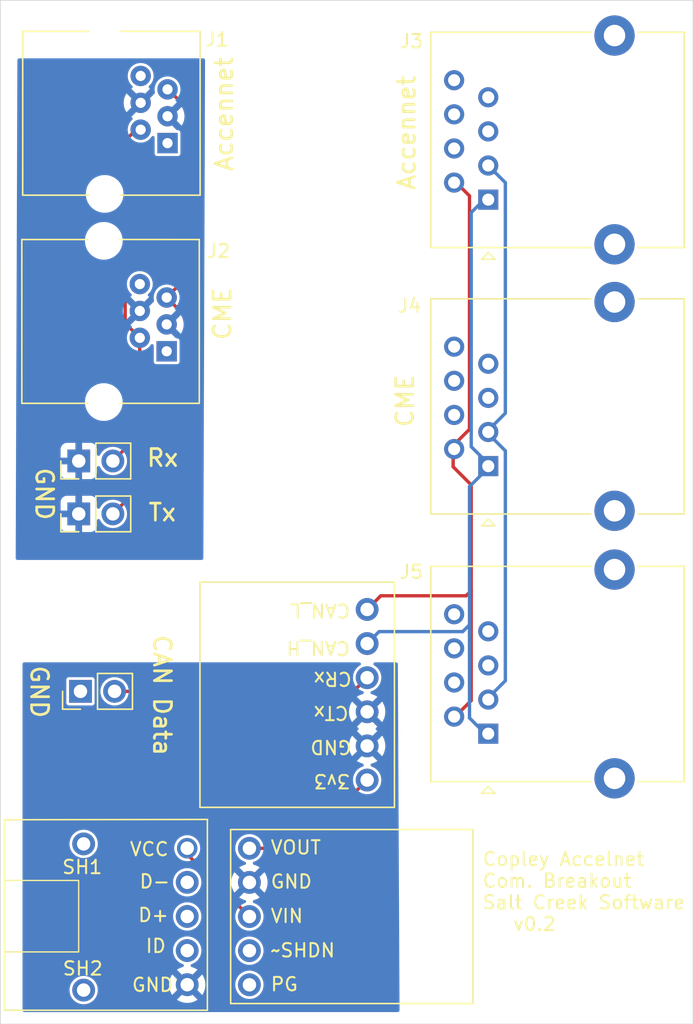
<source format=kicad_pcb>
(kicad_pcb (version 20221018) (generator pcbnew)
  (layers (0 "F.Cu" signal) (31 "B.Cu" signal) (34 "B.Paste" user) (35 "F.Paste" user) (36 "B.SilkS" user "B.Silkscreen") (37 "F.SilkS" user "F.Silkscreen") (38 "B.Mask" user) (39 "F.Mask" user) (44 "Edge.Cuts" user))
  (net 0 "")
  (net 1 "/ComRx")
  (net 2 "/ComGnd")
  (net 3 "/ComTx")
  (net 4 "/GND")
  (net 5 "/CanGnd")
  (net 6 "/CanRx")
  (net 9 "/CAN_H")
  (net 10 "/CAN_L")
  (net 11 "/CAN_GND")
  (net 24 "/3.3V")
  (net 25 "/VIN")
  (footprint ".tls-footprints:RJ45_Ninigi_GE" (layer "F.Cu") (at 150.874 79.098 90)
    (fp_text reference "J3" (at 11.788 -5.713 180) (layer "F.SilkS"))
    (fp_text value "RJ45_Shielded")
    (fp_line (start -4.441 -0.508) (end -4.441 0.508) (stroke (width 0.12)) (layer "F.SilkS"))
    (fp_line (start -4.441 0.508) (end -3.933 0) (stroke (width 0.12)) (layer "F.SilkS"))
    (fp_line (start -3.933 0) (end -4.441 -0.508) (stroke (width 0.12)) (layer "F.SilkS"))
    (fp_line (start -3.565 -4.28) (end -3.565 7.65) (stroke (width 0.12)) (layer "F.SilkS"))
    (fp_line (start -3.565 11.15) (end -3.565 14.59) (stroke (width 0.12)) (layer "F.SilkS"))
    (fp_line (start 12.455 -4.28) (end -3.565 -4.28) (stroke (width 0.12)) (layer "F.SilkS"))
    (fp_line (start 12.455 -4.28) (end 12.455 7.65) (stroke (width 0.12)) (layer "F.SilkS"))
    (fp_line (start 12.455 11.15) (end 12.455 14.59) (stroke (width 0.12)) (layer "F.SilkS"))
    (fp_line (start 12.455 14.59) (end -3.565 14.59) (stroke (width 0.12)) (layer "F.SilkS"))
    (pad "" np_thru_hole circle (at -1.27 6.35 90) (size 3.25 3.25) (drill 3.25) (layers "*.Cu" "*.Mask"))
    (pad "" np_thru_hole circle (at 10.16 6.35 270) (size 3.25 3.25) (drill 3.25) (layers "*.Cu" "*.Mask"))
    (pad "1" thru_hole rect (at 0 0 270) (size 1.5 1.5) (drill 0.9) (layers "*.Cu" "*.Mask") (net 9 "/CAN_H"))
    (pad "2" thru_hole circle (at 1.27 -2.54 270) (size 1.5 1.5) (drill 0.9) (layers "*.Cu" "*.Mask") (net 10 "/CAN_L"))
    (pad "3" thru_hole circle (at 2.54 0 270) (size 1.5 1.5) (drill 0.9) (layers "*.Cu" "*.Mask") (net 11 "/CAN_GND"))
    (pad "4" thru_hole circle (at 3.81 -2.54 270) (size 1.5 1.5) (drill 0.9) (layers "*.Cu" "*.Mask"))
    (pad "5" thru_hole circle (at 5.08 0 270) (size 1.5 1.5) (drill 0.9) (layers "*.Cu" "*.Mask"))
    (pad "6" thru_hole circle (at 6.35 -2.54 270) (size 1.5 1.5) (drill 0.9) (layers "*.Cu" "*.Mask"))
    (pad "7" thru_hole circle (at 7.62 0 270) (size 1.5 1.5) (drill 0.9) (layers "*.Cu" "*.Mask"))
    (pad "8" thru_hole circle (at 8.89 -2.54 270) (size 1.5 1.5) (drill 0.9) (layers "*.Cu" "*.Mask"))
    (pad "SH" thru_hole circle (at -3.325 9.4 90) (size 3 3) (drill 1.6) (layers "*.Cu" "*.Mask"))
    (pad "SH" thru_hole circle (at 12.215 9.4 270) (size 3 3) (drill 1.6) (layers "*.Cu" "*.Mask"))
  )
  (footprint ".tls-footprints:RJ12, 12.2x13 mm" (layer "F.Cu") (at 122.936 87.884 -90)
    (fp_text reference "J2" (at -4.953 -7.874) (layer "F.SilkS"))
    (fp_text value "CME")
    (fp_line (start -5.82 -0.53) (end -5.8166 -6.4262) (stroke (width 0.12)) (layer "F.SilkS"))
    (fp_line (start -5.8166 -6.4262) (end 6.3754 -6.4262) (stroke (width 0.12)) (layer "F.SilkS"))
    (fp_line (start -5.8166 6.7818) (end -5.8166 1.905) (stroke (width 0.12)) (layer "F.SilkS"))
    (fp_line (start 6.3754 -6.4262) (end 6.3754 -0.5334) (stroke (width 0.12)) (layer "F.SilkS"))
    (fp_line (start 6.3754 6.7818) (end -5.8166 6.7818) (stroke (width 0.12)) (layer "F.SilkS"))
    (fp_line (start 6.3754 6.7818) (end 6.3754 1.905) (stroke (width 0.12)) (layer "F.SilkS"))
    (pad "" np_thru_hole circle (at -5.72 0.68 270) (size 2.3 2.3) (drill 2.3) (layers "F&B.Cu" "*.Mask"))
    (pad "" np_thru_hole circle (at 6.28 0.68 270) (size 2.3 2.3) (drill 2.3) (layers "F&B.Cu" "*.Mask"))
    (pad "1" thru_hole rect (at 2.5 -4 270) (size 1.52 1.52) (drill 0.76) (layers "*.Cu" "*.Mask"))
    (pad "2" thru_hole circle (at 1.5 -2 270) (size 1.52 1.52) (drill 0.76) (layers "*.Cu" "*.Mask") (net 1 "/ComRx"))
    (pad "3" thru_hole circle (at 0.5 -4 270) (size 1.52 1.52) (drill 0.76) (layers "*.Cu" "*.Mask") (net 2 "/ComGnd"))
    (pad "4" thru_hole circle (at -0.5 -2 270) (size 1.52 1.52) (drill 0.76) (layers "*.Cu" "*.Mask") (net 2 "/ComGnd"))
    (pad "5" thru_hole circle (at -1.5 -4 270) (size 1.52 1.52) (drill 0.76) (layers "*.Cu" "*.Mask") (net 3 "/ComTx"))
    (pad "6" thru_hole circle (at -2.5 -2 270) (size 1.52 1.52) (drill 0.76) (layers "*.Cu" "*.Mask"))
  )
  (footprint ".tls-footprints:VP230 Breakout" (layer "F.Cu") (at 141.859 109.601 180)
    (fp_text reference "J13" hide)
    (fp_text value "VP230" hide)
    (fp_text user "CAN_L" (at 5.842 0.508 180 unlocked) (layer "F.SilkS") (effects (justify right bottom)))
    (fp_text user "CAN_H" (at 6.096 -2.286 180 unlocked) (layer "F.SilkS") (effects (justify right bottom)))
    (fp_text user "CRx" (at 4.064 -4.572 180 unlocked) (layer "F.SilkS") (effects (justify right bottom)))
    (fp_text user "3v3" (at 4.064 -12.192 180 unlocked) (layer "F.SilkS") (effects (justify right bottom)))
    (fp_text user "GND" (at 4.318 -9.652 180 unlocked) (layer "F.SilkS") (effects (justify right bottom)))
    (fp_text user "CTx" (at 4.064 -7.112 180 unlocked) (layer "F.SilkS") (effects (justify right bottom)))
    (fp_line (start -2.032 -14.732) (end 12.446 -14.732) (stroke (width 0.12)) (layer "F.SilkS"))
    (fp_line (start -2.032 2.032) (end -2.032 -14.732) (stroke (width 0.12)) (layer "F.SilkS"))
    (fp_line (start 12.446 -14.732) (end 12.446 2.032) (stroke (width 0.12)) (layer "F.SilkS"))
    (fp_line (start 12.446 2.032) (end -2.032 2.032) (stroke (width 0.12)) (layer "F.SilkS"))
    (pad "1" thru_hole circle (at 0 0 180) (size 1.7 1.7) (drill 1) (layers "*.Cu" "*.Mask") (net 10 "/CAN_L"))
    (pad "2" thru_hole circle (at 0 -2.54 180) (size 1.7 1.7) (drill 1) (layers "*.Cu" "*.Mask") (net 9 "/CAN_H"))
    (pad "3" thru_hole circle (at 0 -5.08 180) (size 1.7 1.7) (drill 1) (layers "*.Cu" "*.Mask") (net 6 "/CanRx"))
    (pad "4" thru_hole circle (at 0 -7.62 180) (size 1.7 1.7) (drill 1) (layers "*.Cu" "*.Mask") (net 4 "/GND"))
    (pad "5" thru_hole circle (at 0 -10.16 180) (size 1.7 1.7) (drill 1) (layers "*.Cu" "*.Mask") (net 4 "/GND"))
    (pad "6" thru_hole circle (at 0 -12.7 180) (size 1.7 1.7) (drill 1) (layers "*.Cu" "*.Mask") (net 24 "/3.3V"))
  )
  (footprint "Connector_PinHeader_2.54mm:PinHeader_1x02_P2.54mm_Vertical" (layer "F.Cu") (at 120.391 102.489 90)
    (fp_text reference "J11" hide)
    (fp_text value "COM Tx")
    (fp_line (start -1.33 -1.33) (end 0 -1.33) (stroke (width 0.12)) (layer "F.SilkS"))
    (fp_line (start -1.33 0) (end -1.33 -1.33) (stroke (width 0.12)) (layer "F.SilkS"))
    (fp_line (start -1.33 1.27) (end -1.33 3.87) (stroke (width 0.12)) (layer "F.SilkS"))
    (fp_line (start -1.33 1.27) (end 1.33 1.27) (stroke (width 0.12)) (layer "F.SilkS"))
    (fp_line (start -1.33 3.87) (end 1.33 3.87) (stroke (width 0.12)) (layer "F.SilkS"))
    (fp_line (start 1.33 1.27) (end 1.33 3.87) (stroke (width 0.12)) (layer "F.SilkS"))
    (pad "1" thru_hole rect (at 0 0 90) (size 1.7 1.7) (drill 1) (layers "*.Cu" "*.Mask") (net 2 "/ComGnd"))
    (pad "2" thru_hole oval (at 0 2.54 90) (size 1.7 1.7) (drill 1) (layers "*.Cu" "*.Mask") (net 3 "/ComTx"))
  )
  (footprint ".tls-footprints:RJ12, 12.2x13 mm" (layer "F.Cu") (at 123 72.39 -90)
    (fp_text reference "J1" (at -5.207 -7.683) (layer "F.SilkS"))
    (fp_text value "Accelnet")
    (fp_line (start -5.82 -0.53) (end -5.8166 -6.4262) (stroke (width 0.12)) (layer "F.SilkS"))
    (fp_line (start -5.8166 -6.4262) (end 6.3754 -6.4262) (stroke (width 0.12)) (layer "F.SilkS"))
    (fp_line (start -5.8166 6.7818) (end -5.8166 1.905) (stroke (width 0.12)) (layer "F.SilkS"))
    (fp_line (start 6.3754 -6.4262) (end 6.3754 -0.5334) (stroke (width 0.12)) (layer "F.SilkS"))
    (fp_line (start 6.3754 6.7818) (end -5.8166 6.7818) (stroke (width 0.12)) (layer "F.SilkS"))
    (fp_line (start 6.3754 6.7818) (end 6.3754 1.905) (stroke (width 0.12)) (layer "F.SilkS"))
    (pad "" np_thru_hole circle (at -5.72 0.68 270) (size 2.3 2.3) (drill 2.3) (layers "F&B.Cu" "*.Mask"))
    (pad "" np_thru_hole circle (at 6.28 0.68 270) (size 2.3 2.3) (drill 2.3) (layers "F&B.Cu" "*.Mask"))
    (pad "1" thru_hole rect (at 2.5 -4 270) (size 1.52 1.52) (drill 0.76) (layers "*.Cu" "*.Mask"))
    (pad "2" thru_hole circle (at 1.5 -2 270) (size 1.52 1.52) (drill 0.76) (layers "*.Cu" "*.Mask") (net 1 "/ComRx"))
    (pad "3" thru_hole circle (at 0.5 -4 270) (size 1.52 1.52) (drill 0.76) (layers "*.Cu" "*.Mask") (net 2 "/ComGnd"))
    (pad "4" thru_hole circle (at -0.5 -2 270) (size 1.52 1.52) (drill 0.76) (layers "*.Cu" "*.Mask") (net 2 "/ComGnd"))
    (pad "5" thru_hole circle (at -1.5 -4 270) (size 1.52 1.52) (drill 0.76) (layers "*.Cu" "*.Mask") (net 3 "/ComTx"))
    (pad "6" thru_hole circle (at -2.5 -2 270) (size 1.52 1.52) (drill 0.76) (layers "*.Cu" "*.Mask"))
  )
  (footprint "Connector_PinHeader_2.54mm:PinHeader_1x02_P2.54mm_Vertical" (layer "F.Cu") (at 120.391 98.552 90)
    (fp_text reference "J10" hide)
    (fp_text value "Com Rx")
    (fp_line (start -1.33 -1.33) (end 0 -1.33) (stroke (width 0.12)) (layer "F.SilkS"))
    (fp_line (start -1.33 0) (end -1.33 -1.33) (stroke (width 0.12)) (layer "F.SilkS"))
    (fp_line (start -1.33 1.27) (end -1.33 3.87) (stroke (width 0.12)) (layer "F.SilkS"))
    (fp_line (start -1.33 1.27) (end 1.33 1.27) (stroke (width 0.12)) (layer "F.SilkS"))
    (fp_line (start -1.33 3.87) (end 1.33 3.87) (stroke (width 0.12)) (layer "F.SilkS"))
    (fp_line (start 1.33 1.27) (end 1.33 3.87) (stroke (width 0.12)) (layer "F.SilkS"))
    (pad "1" thru_hole rect (at 0 0 90) (size 1.7 1.7) (drill 1) (layers "*.Cu" "*.Mask") (net 2 "/ComGnd"))
    (pad "2" thru_hole oval (at 0 2.54 90) (size 1.7 1.7) (drill 1) (layers "*.Cu" "*.Mask") (net 1 "/ComRx"))
  )
  (footprint ".tls-footprints:RJ45_Ninigi_GE" (layer "F.Cu") (at 150.876 118.849 90)
    (fp_text reference "J5" (at 12.042 -5.715 180) (layer "F.SilkS"))
    (fp_text value "RJ45_Shielded")
    (fp_line (start -4.441 -0.508) (end -4.441 0.508) (stroke (width 0.12)) (layer "F.SilkS"))
    (fp_line (start -4.441 0.508) (end -3.933 0) (stroke (width 0.12)) (layer "F.SilkS"))
    (fp_line (start -3.933 0) (end -4.441 -0.508) (stroke (width 0.12)) (layer "F.SilkS"))
    (fp_line (start -3.565 -4.28) (end -3.565 7.65) (stroke (width 0.12)) (layer "F.SilkS"))
    (fp_line (start -3.565 11.15) (end -3.565 14.59) (stroke (width 0.12)) (layer "F.SilkS"))
    (fp_line (start 12.455 -4.28) (end -3.565 -4.28) (stroke (width 0.12)) (layer "F.SilkS"))
    (fp_line (start 12.455 -4.28) (end 12.455 7.65) (stroke (width 0.12)) (layer "F.SilkS"))
    (fp_line (start 12.455 11.15) (end 12.455 14.59) (stroke (width 0.12)) (layer "F.SilkS"))
    (fp_line (start 12.455 14.59) (end -3.565 14.59) (stroke (width 0.12)) (layer "F.SilkS"))
    (pad "" np_thru_hole circle (at -1.27 6.35 90) (size 3.25 3.25) (drill 3.25) (layers "*.Cu" "*.Mask"))
    (pad "" np_thru_hole circle (at 10.16 6.35 270) (size 3.25 3.25) (drill 3.25) (layers "*.Cu" "*.Mask"))
    (pad "1" thru_hole rect (at 0 0 270) (size 1.5 1.5) (drill 0.9) (layers "*.Cu" "*.Mask") (net 9 "/CAN_H"))
    (pad "2" thru_hole circle (at 1.27 -2.54 270) (size 1.5 1.5) (drill 0.9) (layers "*.Cu" "*.Mask") (net 10 "/CAN_L"))
    (pad "3" thru_hole circle (at 2.54 0 270) (size 1.5 1.5) (drill 0.9) (layers "*.Cu" "*.Mask") (net 11 "/CAN_GND"))
    (pad "4" thru_hole circle (at 3.81 -2.54 270) (size 1.5 1.5) (drill 0.9) (layers "*.Cu" "*.Mask"))
    (pad "5" thru_hole circle (at 5.08 0 270) (size 1.5 1.5) (drill 0.9) (layers "*.Cu" "*.Mask"))
    (pad "6" thru_hole circle (at 6.35 -2.54 270) (size 1.5 1.5) (drill 0.9) (layers "*.Cu" "*.Mask"))
    (pad "7" thru_hole circle (at 7.62 0 270) (size 1.5 1.5) (drill 0.9) (layers "*.Cu" "*.Mask"))
    (pad "8" thru_hole circle (at 8.89 -2.54 270) (size 1.5 1.5) (drill 0.9) (layers "*.Cu" "*.Mask"))
    (pad "SH" thru_hole circle (at -3.325 9.4 90) (size 3 3) (drill 1.6) (layers "*.Cu" "*.Mask"))
    (pad "SH" thru_hole circle (at 12.215 9.4 270) (size 3 3) (drill 1.6) (layers "*.Cu" "*.Mask"))
  )
  (footprint ".tls-footprints:USB_Micro_Breakout" (layer "F.Cu") (at 128.4655 137.534)
    (fp_text reference "J14" hide)
    (fp_text value "USB_Micro" hide)
    (fp_text user "GND" (at -4.2 0.6 unlocked) (layer "F.SilkS") (effects (justify left bottom)))
    (fp_text user "ID" (at -1.5 -2.3 unlocked) (layer "F.SilkS") (effects (justify right bottom)))
    (fp_text user "SH1" (at -6.24 -8.17 unlocked) (layer "F.SilkS") (effects (justify right bottom)))
    (fp_text user "D-" (at -1.2 -7.1 unlocked) (layer "F.SilkS") (effects (justify right bottom)))
    (fp_text user "VCC" (at -1.3 -9.5 unlocked) (layer "F.SilkS") (effects (justify right bottom)))
    (fp_text user "SH2" (at -6.2 -0.62 unlocked) (layer "F.SilkS") (effects (justify right bottom)))
    (fp_text user "D+" (at -1.3 -4.6 unlocked) (layer "F.SilkS") (effects (justify right bottom)))
    (fp_line (start -13.6 -12.277) (end 1.517 -12.3) (stroke (width 0.12)) (layer "F.SilkS"))
    (fp_line (start -13.6 1.9) (end -13.6 -12.277) (stroke (width 0.12)) (layer "F.SilkS"))
    (fp_line (start 1.5 -12.3) (end 1.5 1.9) (stroke (width 0.12)) (layer "F.SilkS"))
    (fp_line (start 1.5 1.9) (end -13.6 1.9) (stroke (width 0.12)) (layer "F.SilkS"))
    (fp_rect (start -13.6 -7.76) (end -8.08 -2.44) (stroke (width 0.1)) (fill none) (layer "F.SilkS"))
    (pad "1" thru_hole circle (at 0 -10.16 180) (size 1.524 1.524) (drill 1) (layers "*.Cu" "*.Mask") (net 25 "/VIN"))
    (pad "2" thru_hole circle (at 0 -7.62 180) (size 1.7 1.7) (drill 1) (layers "*.Cu" "*.Mask"))
    (pad "3" thru_hole circle (at 0 -5.08 180) (size 1.7 1.7) (drill 1) (layers "*.Cu" "*.Mask"))
    (pad "4" thru_hole circle (at 0 -2.54 180) (size 1.7 1.7) (drill 1) (layers "*.Cu" "*.Mask"))
    (pad "5" thru_hole circle (at 0 0 180) (size 1.7 1.7) (drill 1) (layers "*.Cu" "*.Mask") (net 4 "/GND"))
    (pad "6" thru_hole circle (at -7.71 -10.48 180) (size 1.7 1.7) (drill 1) (layers "*.Cu" "*.Mask"))
    (pad "7" thru_hole circle (at -7.71 0.4 180) (size 1.7 1.7) (drill 1) (layers "*.Cu" "*.Mask"))
  )
  (footprint ".tls-footprints:Pololu Regulator" (layer "F.Cu") (at 133.096 137.541)
    (fp_text reference "J15" hide)
    (fp_text value "3v3_Reg" hide)
    (fp_text user "VOUT" (at 1.5 -10.22 unlocked) (layer "F.SilkS") (effects (justify left)))
    (fp_text user "PG" (at 1.5 -0.04 unlocked) (layer "F.SilkS") (effects (justify left)))
    (fp_text user "~SHDN" (at 1.5 -2.56 unlocked) (layer "F.SilkS") (effects (justify left)))
    (fp_text user "VIN" (at 1.5 -5.12 unlocked) (layer "F.SilkS") (effects (justify left)))
    (fp_text user "GND" (at 1.5 -7.68 unlocked) (layer "F.SilkS") (effects (justify left)))
    (fp_line (start -1.397 -11.557) (end 16.637 -11.557) (stroke (width 0.12)) (layer "F.SilkS"))
    (fp_line (start -1.397 1.397) (end -1.397 -11.557) (stroke (width 0.12)) (layer "F.SilkS"))
    (fp_line (start 16.637 -11.557) (end 16.637 1.397) (stroke (width 0.12)) (layer "F.SilkS"))
    (fp_line (start 16.637 1.397) (end -1.397 1.397) (stroke (width 0.12)) (layer "F.SilkS"))
    (pad "1" thru_hole circle (at 0 -10.16 180) (size 1.7 1.7) (drill 1) (layers "*.Cu" "*.Mask") (net 24 "/3.3V"))
    (pad "2" thru_hole circle (at 0 -7.62 180) (size 1.7 1.7) (drill 1) (layers "*.Cu" "*.Mask") (net 4 "/GND"))
    (pad "3" thru_hole circle (at 0 -5.08 180) (size 1.7 1.7) (drill 1) (layers "*.Cu" "*.Mask") (net 25 "/VIN"))
    (pad "4" thru_hole circle (at 0 -2.54 180) (size 1.7 1.7) (drill 1) (layers "*.Cu" "*.Mask"))
    (pad "5" thru_hole circle (at 0 0 180) (size 1.7 1.7) (drill 1) (layers "*.Cu" "*.Mask"))
  )
  (footprint "Connector_PinHeader_2.54mm:PinHeader_1x02_P2.54mm_Vertical" (layer "F.Cu") (at 120.518 115.697 90)
    (fp_text reference "J12" hide)
    (fp_text value "CAN Data")
    (fp_line (start -1.33 -1.33) (end 0 -1.33) (stroke (width 0.12)) (layer "F.SilkS"))
    (fp_line (start -1.33 0) (end -1.33 -1.33) (stroke (width 0.12)) (layer "F.SilkS"))
    (fp_line (start -1.33 1.27) (end -1.33 3.87) (stroke (width 0.12)) (layer "F.SilkS"))
    (fp_line (start -1.33 1.27) (end 1.33 1.27) (stroke (width 0.12)) (layer "F.SilkS"))
    (fp_line (start -1.33 3.87) (end 1.33 3.87) (stroke (width 0.12)) (layer "F.SilkS"))
    (fp_line (start 1.33 1.27) (end 1.33 3.87) (stroke (width 0.12)) (layer "F.SilkS"))
    (pad "1" thru_hole rect (at 0 0 90) (size 1.7 1.7) (drill 1) (layers "*.Cu" "*.Mask") (net 5 "/CanGnd"))
    (pad "2" thru_hole oval (at 0 2.54 90) (size 1.7 1.7) (drill 1) (layers "*.Cu" "*.Mask") (net 6 "/CanRx"))
  )
  (footprint ".tls-footprints:RJ45_Ninigi_GE" (layer "F.Cu") (at 150.876 98.933 90)
    (fp_text reference "J4" (at 11.938 -5.842 180) (layer "F.SilkS"))
    (fp_text value "RJ45_Shielded")
    (fp_line (start -4.441 -0.508) (end -4.441 0.508) (stroke (width 0.12)) (layer "F.SilkS"))
    (fp_line (start -4.441 0.508) (end -3.933 0) (stroke (width 0.12)) (layer "F.SilkS"))
    (fp_line (start -3.933 0) (end -4.441 -0.508) (stroke (width 0.12)) (layer "F.SilkS"))
    (fp_line (start -3.565 -4.28) (end -3.565 7.65) (stroke (width 0.12)) (layer "F.SilkS"))
    (fp_line (start -3.565 11.15) (end -3.565 14.59) (stroke (width 0.12)) (layer "F.SilkS"))
    (fp_line (start 12.455 -4.28) (end -3.565 -4.28) (stroke (width 0.12)) (layer "F.SilkS"))
    (fp_line (start 12.455 -4.28) (end 12.455 7.65) (stroke (width 0.12)) (layer "F.SilkS"))
    (fp_line (start 12.455 11.15) (end 12.455 14.59) (stroke (width 0.12)) (layer "F.SilkS"))
    (fp_line (start 12.455 14.59) (end -3.565 14.59) (stroke (width 0.12)) (layer "F.SilkS"))
    (pad "" np_thru_hole circle (at -1.27 6.35 90) (size 3.25 3.25) (drill 3.25) (layers "*.Cu" "*.Mask"))
    (pad "" np_thru_hole circle (at 10.16 6.35 270) (size 3.25 3.25) (drill 3.25) (layers "*.Cu" "*.Mask"))
    (pad "1" thru_hole rect (at 0 0 270) (size 1.5 1.5) (drill 0.9) (layers "*.Cu" "*.Mask") (net 9 "/CAN_H"))
    (pad "2" thru_hole circle (at 1.27 -2.54 270) (size 1.5 1.5) (drill 0.9) (layers "*.Cu" "*.Mask") (net 10 "/CAN_L"))
    (pad "3" thru_hole circle (at 2.54 0 270) (size 1.5 1.5) (drill 0.9) (layers "*.Cu" "*.Mask") (net 11 "/CAN_GND"))
    (pad "4" thru_hole circle (at 3.81 -2.54 270) (size 1.5 1.5) (drill 0.9) (layers "*.Cu" "*.Mask"))
    (pad "5" thru_hole circle (at 5.08 0 270) (size 1.5 1.5) (drill 0.9) (layers "*.Cu" "*.Mask"))
    (pad "6" thru_hole circle (at 6.35 -2.54 270) (size 1.5 1.5) (drill 0.9) (layers "*.Cu" "*.Mask"))
    (pad "7" thru_hole circle (at 7.62 0 270) (size 1.5 1.5) (drill 0.9) (layers "*.Cu" "*.Mask"))
    (pad "8" thru_hole circle (at 8.89 -2.54 270) (size 1.5 1.5) (drill 0.9) (layers "*.Cu" "*.Mask"))
    (pad "SH" thru_hole circle (at -3.325 9.4 90) (size 3 3) (drill 1.6) (layers "*.Cu" "*.Mask"))
    (pad "SH" thru_hole circle (at 12.215 9.4 270) (size 3 3) (drill 1.6) (layers "*.Cu" "*.Mask"))
  )
  (gr_line (start 166.116 64.262) (end 166.116 140.462) (stroke (width 0.05)) (layer "Edge.Cuts"))
  (gr_line (start 166.116 140.462) (end 114.554 140.462) (stroke (width 0.05)) (layer "Edge.Cuts"))
  (gr_line (start 114.554 140.462) (end 114.554 64.262) (stroke (width 0.05)) (layer "Edge.Cuts"))
  (gr_line (start 114.554 64.262) (end 166.116 64.262) (stroke (width 0.05)) (layer "Edge.Cuts"))
  (gr_text "Accennet" (at 145.542 78.486 90) (layer "F.SilkS") (effects (font (size 1.27 1.27) (thickness 0.2032)) (justify left bottom)))
  (gr_text "Accennet" (at 131.953 77.089 90) (layer "F.SilkS") (effects (font (size 1.27 1.27) (thickness 0.2032)) (justify left bottom)))
  (gr_text "Rx" (at 125.349 99.06) (layer "F.SilkS") (effects (font (size 1.27 1.27) (thickness 0.2032)) (justify left bottom)))
  (gr_text "Tx" (at 125.476 103.124) (layer "F.SilkS") (effects (font (size 1.27 1.27) (thickness 0.2032)) (justify left bottom)))
  (gr_text "Copley Accelnet\nCom. Breakout\nSalt Creek Software\n   v0.2" (at 150.368 133.604) (layer "F.SilkS") (effects (font (size 1 1)) (justify left bottom)))
  (gr_text "GND" (at 116.713 113.665 270) (layer "F.SilkS") (effects (font (size 1.27 1.27) (thickness 0.2032)) (justify left bottom)))
  (gr_text "CME" (at 131.826 89.662 90) (layer "F.SilkS") (effects (font (size 1.27 1.27) (thickness 0.2032)) (justify left bottom)))
  (gr_text "GND" (at 117.094 98.933 -90) (layer "F.SilkS") (effects (font (size 1.27 1.27) (thickness 0.2032)) (justify left bottom)))
  (gr_text "CAN Data" (at 125.857 111.379 270) (layer "F.SilkS") (effects (font (size 1.27 1.27) (thickness 0.2032)) (justify left bottom)))
  (gr_text "CME" (at 145.415 96.139 90) (layer "F.SilkS") (effects (font (size 1.27 1.27) (thickness 0.2032)) (justify left bottom)))
  (segment (start 124.931 89.379) (end 124.931 96.557) (width 0.25) (layer "F.Cu") (net 1))
  (segment (start 124.849 73.701) (end 123.846 74.704) (width 0.25) (layer "F.Cu") (net 1))
  (segment (start 123.846 74.704) (end 123.846 88.294) (width 0.25) (layer "F.Cu") (net 1))
  (segment (start 124.926 96.557) (end 122.931 98.552) (width 0.25) (layer "F.Cu") (net 1))
  (segment (start 123.846 88.294) (end 124.931 89.379) (width 0.25) (layer "F.Cu") (net 1))
  (segment (start 124.931 96.557) (end 124.926 96.557) (width 0.25) (layer "F.Cu") (net 1))
  (segment (start 128.773 72.625) (end 128.773 84.537) (width 0.25) (layer "F.Cu") (net 3))
  (segment (start 128.519 96.901) (end 122.931 102.489) (width 0.25) (layer "F.Cu") (net 3))
  (segment (start 128.773 84.537) (end 126.931 86.379) (width 0.25) (layer "F.Cu") (net 3))
  (segment (start 126.931 86.379) (end 128.519 87.967) (width 0.25) (layer "F.Cu") (net 3))
  (segment (start 128.519 87.967) (end 128.519 96.901) (width 0.25) (layer "F.Cu") (net 3))
  (segment (start 126.849 70.701) (end 128.773 72.625) (width 0.25) (layer "F.Cu") (net 3))
  (segment (start 140.843 115.697) (end 141.859 114.681) (width 0.25) (layer "F.Cu") (net 6))
  (segment (start 123.058 115.697) (end 140.843 115.697) (width 0.25) (layer "F.Cu") (net 6))
  (segment (start 149.606 80.062) (end 149.606 97.484) (width 0.25) (layer "B.Cu") (net 9))
  (segment (start 149.606 97.484) (end 150.801 98.679) (width 0.25) (layer "B.Cu") (net 9))
  (segment (start 148.971 111.252) (end 149.479 110.744) (width 0.25) (layer "B.Cu") (net 9))
  (segment (start 149.479 110.998) (end 149.479 117.677) (width 0.25) (layer "B.Cu") (net 9))
  (segment (start 150.801 98.679) (end 150.801 99.135) (width 0.25) (layer "B.Cu") (net 9))
  (segment (start 150.801 99.135) (end 149.479 100.457) (width 0.25) (layer "B.Cu") (net 9))
  (segment (start 149.479 100.457) (end 149.479 110.998) (width 0.25) (layer "B.Cu") (net 9))
  (segment (start 142.748 111.252) (end 148.971 111.252) (width 0.25) (layer "B.Cu") (net 9))
  (segment (start 141.859 112.141) (end 142.748 111.252) (width 0.25) (layer "B.Cu") (net 9))
  (segment (start 149.479 117.677) (end 150.801 118.999) (width 0.25) (layer "B.Cu") (net 9))
  (segment (start 150.801 78.867) (end 149.606 80.062) (width 0.25) (layer "B.Cu") (net 9))
  (segment (start 149.606 100.33) (end 148.261 98.985) (width 0.25) (layer "F.Cu") (net 10))
  (segment (start 148.261 97.409) (end 149.479 96.191) (width 0.25) (layer "F.Cu") (net 10))
  (segment (start 148.261 98.985) (end 148.261 97.409) (width 0.25) (layer "F.Cu") (net 10))
  (segment (start 141.859 109.601) (end 142.875 108.585) (width 0.25) (layer "F.Cu") (net 10))
  (segment (start 149.225 108.585) (end 149.606 108.204) (width 0.25) (layer "F.Cu") (net 10))
  (segment (start 149.479 96.191) (end 149.479 78.815) (width 0.25) (layer "F.Cu") (net 10))
  (segment (start 142.875 108.585) (end 149.225 108.585) (width 0.25) (layer "F.Cu") (net 10))
  (segment (start 149.606 116.384) (end 149.606 108.585) (width 0.25) (layer "F.Cu") (net 10))
  (segment (start 148.261 117.729) (end 149.606 116.384) (width 0.25) (layer "F.Cu") (net 10))
  (segment (start 149.606 108.585) (end 149.606 108.204) (width 0.25) (layer "F.Cu") (net 10))
  (segment (start 149.606 108.204) (end 149.606 100.33) (width 0.25) (layer "F.Cu") (net 10))
  (segment (start 149.479 78.815) (end 148.261 77.597) (width 0.25) (layer "F.Cu") (net 10))
  (segment (start 152.146 97.79) (end 152.146 114.91) (width 0.25) (layer "B.Cu") (net 11))
  (segment (start 150.874 76.558) (end 152.146 77.83) (width 0.25) (layer "B.Cu") (net 11))
  (segment (start 152.146 77.83) (end 152.146 94.996) (width 0.25) (layer "B.Cu") (net 11))
  (segment (start 152.146 94.996) (end 150.749 96.393) (width 0.25) (layer "B.Cu") (net 11))
  (segment (start 152.146 114.91) (end 150.747 116.309) (width 0.25) (layer "B.Cu") (net 11))
  (segment (start 150.749 96.393) (end 152.146 97.79) (width 0.25) (layer "B.Cu") (net 11))
  (segment (start 136.779 127.381) (end 141.859 122.301) (width 0.25) (layer "F.Cu") (net 24))
  (segment (start 133.096 127.381) (end 136.779 127.381) (width 0.25) (layer "F.Cu") (net 24))
  (segment (start 128.4655 127.374) (end 128.4655 127.8305) (width 0.25) (layer "F.Cu") (net 25))
  (segment (start 128.4655 127.8305) (end 133.096 132.461) (width 0.25) (layer "F.Cu") (net 25))
  (zone (net 4) (net_name "/GND") (layer "B.Cu") (priority 2) (connect_pads (clearance 0)) (min_thickness 0.25) (fill yes (thermal_gap 0.5) (thermal_bridge_width 0.5))
    (polygon (pts (xy 116.205 113.538) (xy 144.145 113.538) (xy 144.272 139.573) (xy 116.205 139.573)))
  )
  (zone (net 2) (net_name "/ComGnd") (layer "B.Cu") (connect_pads (clearance 0)) (min_thickness 0.25) (fill yes (thermal_gap 0.5) (thermal_bridge_width 0.5))
    (polygon (pts (xy 115.697 105.918) (xy 129.667 105.918) (xy 129.794 68.58) (xy 115.824 68.58)))
  )
)
</source>
